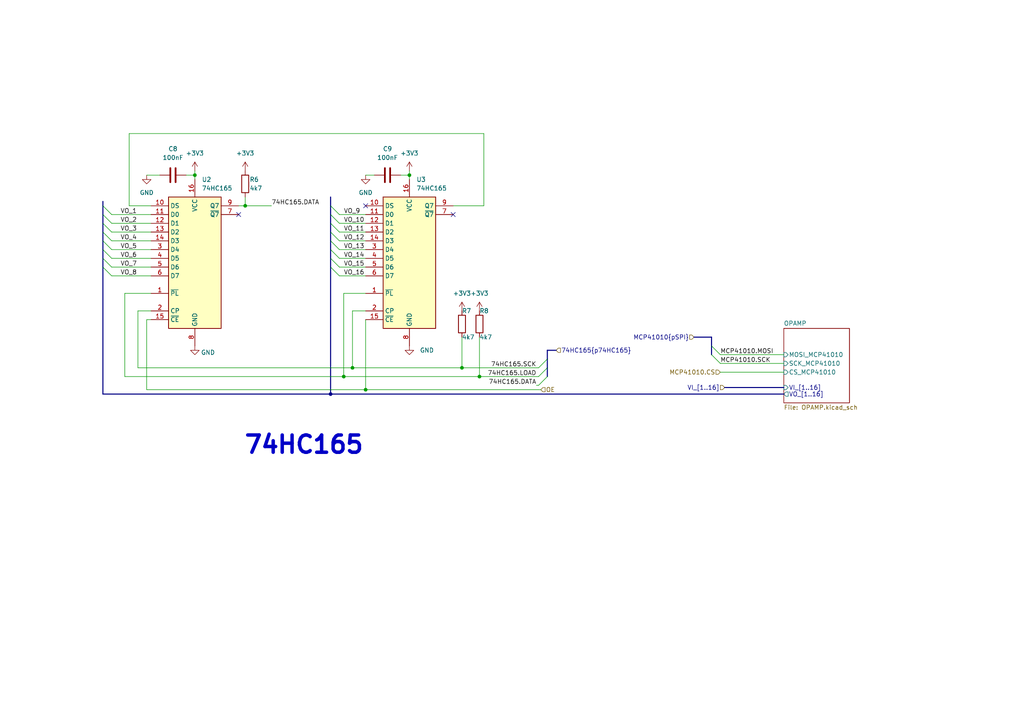
<source format=kicad_sch>
(kicad_sch (version 20230121) (generator eeschema)
  (paper "A4")
  (lib_symbols
    (symbol "74xx:74HC165"
      (property "Reference" "U" (at -7.62 19.05 0))
      (property "Value" "74HC165" (at -7.62 -21.59 0))
      (symbol "74HC165_1_0"
        (pin input line (at -12.7 -10.16 0) (length 5.08) (name "~{PL}") (number "1"))
        (pin input line (at -12.7 15.24 0) (length 5.08) (name "DS") (number "10"))
        (pin input line (at -12.7 12.7 0) (length 5.08) (name "D0") (number "11"))
        (pin input line (at -12.7 10.16 0) (length 5.08) (name "D1") (number "12"))
        (pin input line (at -12.7 7.62 0) (length 5.08) (name "D2") (number "13"))
        (pin input line (at -12.7 5.08 0) (length 5.08) (name "D3") (number "14"))
        (pin input line (at -12.7 -17.78 0) (length 5.08) (name "~{CE}") (number "15"))
        (pin power_in line (at 0 22.86 270) (length 5.08) (name "VCC") (number "16"))
        (pin input line (at -12.7 -15.24 0) (length 5.08) (name "CP") (number "2"))
        (pin input line (at -12.7 2.54 0) (length 5.08) (name "D4") (number "3"))
        (pin input line (at -12.7 0 0) (length 5.08) (name "D5") (number "4"))
        (pin input line (at -12.7 -2.54 0) (length 5.08) (name "D6") (number "5"))
        (pin input line (at -12.7 -5.08 0) (length 5.08) (name "D7") (number "6"))
        (pin output line (at 12.7 12.7 180) (length 5.08) (name "~{Q7}") (number "7"))
        (pin power_in line (at 0 -25.4 90) (length 5.08) (name "GND") (number "8"))
        (pin output line (at 12.7 15.24 180) (length 5.08) (name "Q7") (number "9"))
      )
      (symbol "74HC165_1_1"
        (rectangle (start -7.62 17.78) (end 7.62 -20.32) (stroke (width 0.254)) (fill (type background)))
      )
    )
    (symbol "Device:C" (pin_numbers hide) (pin_names (offset 0.254))
      (property "Reference" "C" (at 0.635 2.54 0))
      (property "Value" "C" (at 0.635 -2.54 0))
      (symbol "C_0_1"
        (polyline (pts (xy -2.032 -0.762) (xy 2.032 -0.762)) (stroke (width 0.508)))
        (polyline (pts (xy -2.032 0.762) (xy 2.032 0.762)) (stroke (width 0.508)))
      )
      (symbol "C_1_1"
        (pin passive line (at 0 3.81 270) (length 2.794) (name "~") (number "1"))
        (pin passive line (at 0 -3.81 90) (length 2.794) (name "~") (number "2"))
      )
    )
    (symbol "Device:R" (pin_numbers hide) (pin_names (offset 0))
      (property "Reference" "R" (at 2.032 0 90))
      (property "Value" "R" (at 0 0 90))
      (symbol "R_0_1"
        (rectangle (start -1.016 -2.54) (end 1.016 2.54) (stroke (width 0.254)))
      )
      (symbol "R_1_1"
        (pin passive line (at 0 3.81 270) (length 1.27) (name "~") (number "1"))
        (pin passive line (at 0 -3.81 90) (length 1.27) (name "~") (number "2"))
      )
    )
    (symbol "power:+3V3" (power) (pin_names (offset 0))
      (property "Value" "+3V3" (at 0 3.556 0))
      (symbol "+3V3_0_1"
        (polyline (pts (xy -0.762 1.27) (xy 0 2.54)))
        (polyline (pts (xy 0 0) (xy 0 2.54)))
        (polyline (pts (xy 0 2.54) (xy 0.762 1.27)))
      )
      (symbol "+3V3_1_1"
        (pin power_in line (at 0 0 90) (length 0) hide (name "+3V3") (number "1"))
      )
    )
    (symbol "power:GND" (power) (pin_names (offset 0))
      (property "Value" "GND" (at 0 -3.81 0))
      (symbol "GND_0_1"
        (polyline (pts (xy 0 0) (xy 0 -1.27) (xy 1.27 -1.27) (xy 0 -2.54) (xy -1.27 -1.27) (xy 0 -1.27)))
      )
      (symbol "GND_1_1"
        (pin power_in line (at 0 0 270) (length 0) hide (name "GND") (number "1"))
      )
    )
  )
  (bus_alias "p74HC165" (members "DATA" "SCK" "LOAD"))
  (junction (at 99.695 109.22))
  (junction (at 102.235 106.68))
  (junction (at 95.885 114.3))
  (junction (at 56.515 50.8))
  (junction (at 106.045 113.03))
  (junction (at 71.12 59.69))
  (junction (at 133.985 106.68))
  (junction (at 118.745 50.8))
  (junction (at 139.065 109.22))
  (no_connect (at 69.215 62.23))
  (no_connect (at 106.045 59.69))
  (no_connect (at 131.445 62.23))
  (bus_entry (at 156.21 106.68) (size 2.54 -2.54))
  (bus_entry (at 95.885 69.85) (size 2.54 2.54))
  (bus_entry (at 95.885 72.39) (size 2.54 2.54))
  (bus_entry (at 95.885 67.31) (size 2.54 2.54))
  (bus_entry (at 95.885 64.77) (size 2.54 2.54))
  (bus_entry (at 95.885 62.23) (size 2.54 2.54))
  (bus_entry (at 29.845 59.69) (size 2.54 2.54))
  (bus_entry (at 29.845 74.93) (size 2.54 2.54))
  (bus_entry (at 29.845 64.77) (size 2.54 2.54))
  (bus_entry (at 156.21 109.22) (size 2.54 -2.54))
  (bus_entry (at 29.845 72.39) (size 2.54 2.54))
  (bus_entry (at 95.885 74.93) (size 2.54 2.54))
  (bus_entry (at 95.885 77.47) (size 2.54 2.54))
  (bus_entry (at 208.915 102.87) (size -2.54 -2.54))
  (bus_entry (at 29.845 67.31) (size 2.54 2.54))
  (bus_entry (at 95.885 59.69) (size 2.54 2.54))
  (bus_entry (at 208.915 105.41) (size -2.54 -2.54))
  (bus_entry (at 29.845 69.85) (size 2.54 2.54))
  (bus_entry (at 156.21 111.76) (size 2.54 -2.54))
  (bus_entry (at 29.845 77.47) (size 2.54 2.54))
  (bus_entry (at 29.845 62.23) (size 2.54 2.54))
  (wire (pts (xy 98.425 62.23) (xy 106.045 62.23)))
  (bus (pts (xy 29.845 67.31) (xy 29.845 69.85)))
  (bus (pts (xy 95.885 77.47) (xy 95.885 114.3)))
  (wire (pts (xy 140.335 59.69) (xy 140.335 38.735)))
  (wire (pts (xy 37.465 59.69) (xy 43.815 59.69)))
  (wire (pts (xy 133.985 97.79) (xy 133.985 106.68)))
  (wire (pts (xy 98.425 74.93) (xy 106.045 74.93)))
  (bus (pts (xy 29.845 62.23) (xy 29.845 64.77)))
  (wire (pts (xy 71.12 57.15) (xy 71.12 59.69)))
  (bus (pts (xy 95.885 72.39) (xy 95.885 74.93)))
  (wire (pts (xy 208.915 105.41) (xy 227.33 105.41)))
  (wire (pts (xy 98.425 67.31) (xy 106.045 67.31)))
  (wire (pts (xy 69.215 59.69) (xy 71.12 59.69)))
  (bus (pts (xy 29.845 72.39) (xy 29.845 74.93)))
  (wire (pts (xy 53.975 50.8) (xy 56.515 50.8)))
  (bus (pts (xy 201.295 97.79) (xy 206.375 97.79)))
  (bus (pts (xy 95.885 69.85) (xy 95.885 72.39)))
  (bus (pts (xy 95.885 59.69) (xy 95.885 62.23)))
  (wire (pts (xy 32.385 74.93) (xy 43.815 74.93)))
  (wire (pts (xy 32.385 62.23) (xy 43.815 62.23)))
  (wire (pts (xy 106.045 85.09) (xy 99.695 85.09)))
  (wire (pts (xy 98.425 72.39) (xy 106.045 72.39)))
  (wire (pts (xy 43.815 92.71) (xy 42.545 92.71)))
  (wire (pts (xy 56.515 50.8) (xy 56.515 52.07)))
  (bus (pts (xy 29.845 114.3) (xy 95.885 114.3)))
  (wire (pts (xy 32.385 80.01) (xy 43.815 80.01)))
  (bus (pts (xy 158.75 104.14) (xy 158.75 101.6)))
  (bus (pts (xy 29.845 64.77) (xy 29.845 67.31)))
  (wire (pts (xy 37.465 38.735) (xy 37.465 59.69)))
  (wire (pts (xy 42.545 113.03) (xy 106.045 113.03)))
  (wire (pts (xy 208.915 107.95) (xy 227.33 107.95)))
  (wire (pts (xy 102.235 90.17) (xy 102.235 106.68)))
  (bus (pts (xy 206.375 100.33) (xy 206.375 102.87)))
  (wire (pts (xy 98.425 69.85) (xy 106.045 69.85)))
  (wire (pts (xy 139.065 97.79) (xy 139.065 109.22)))
  (wire (pts (xy 118.745 50.8) (xy 118.745 52.07)))
  (wire (pts (xy 36.195 109.22) (xy 99.695 109.22)))
  (wire (pts (xy 43.815 90.17) (xy 40.005 90.17)))
  (wire (pts (xy 102.235 106.68) (xy 133.985 106.68)))
  (bus (pts (xy 158.75 101.6) (xy 161.29 101.6)))
  (wire (pts (xy 98.425 64.77) (xy 106.045 64.77)))
  (wire (pts (xy 106.045 90.17) (xy 102.235 90.17)))
  (bus (pts (xy 210.185 112.395) (xy 227.33 112.395)))
  (wire (pts (xy 106.045 113.03) (xy 156.845 113.03)))
  (wire (pts (xy 32.385 77.47) (xy 43.815 77.47)))
  (bus (pts (xy 95.885 74.93) (xy 95.885 77.47)))
  (bus (pts (xy 95.885 67.31) (xy 95.885 69.85)))
  (wire (pts (xy 36.195 85.09) (xy 36.195 109.22)))
  (wire (pts (xy 155.575 111.76) (xy 156.21 111.76)))
  (wire (pts (xy 140.335 38.735) (xy 37.465 38.735)))
  (wire (pts (xy 40.005 106.68) (xy 102.235 106.68)))
  (wire (pts (xy 99.695 109.22) (xy 139.065 109.22)))
  (wire (pts (xy 71.12 59.69) (xy 78.74 59.69)))
  (wire (pts (xy 118.745 49.53) (xy 118.745 50.8)))
  (bus (pts (xy 29.845 77.47) (xy 29.845 114.3)))
  (wire (pts (xy 43.815 85.09) (xy 36.195 85.09)))
  (wire (pts (xy 98.425 80.01) (xy 106.045 80.01)))
  (bus (pts (xy 29.845 69.85) (xy 29.845 72.39)))
  (wire (pts (xy 42.545 92.71) (xy 42.545 113.03)))
  (bus (pts (xy 29.845 58.42) (xy 29.845 59.69)))
  (wire (pts (xy 106.045 92.71) (xy 106.045 113.03)))
  (wire (pts (xy 98.425 77.47) (xy 106.045 77.47)))
  (wire (pts (xy 139.065 109.22) (xy 156.21 109.22)))
  (bus (pts (xy 95.885 57.15) (xy 95.885 59.69)))
  (wire (pts (xy 32.385 64.77) (xy 43.815 64.77)))
  (wire (pts (xy 106.045 50.8) (xy 108.585 50.8)))
  (bus (pts (xy 29.845 59.69) (xy 29.845 62.23)))
  (wire (pts (xy 32.385 72.39) (xy 43.815 72.39)))
  (bus (pts (xy 95.885 64.77) (xy 95.885 67.31)))
  (wire (pts (xy 42.545 50.8) (xy 46.355 50.8)))
  (bus (pts (xy 158.75 109.22) (xy 158.75 106.68)))
  (wire (pts (xy 32.385 69.85) (xy 43.815 69.85)))
  (wire (pts (xy 208.915 102.87) (xy 227.33 102.87)))
  (bus (pts (xy 29.845 74.93) (xy 29.845 77.47)))
  (bus (pts (xy 95.885 62.23) (xy 95.885 64.77)))
  (wire (pts (xy 131.445 59.69) (xy 140.335 59.69)))
  (wire (pts (xy 116.205 50.8) (xy 118.745 50.8)))
  (bus (pts (xy 206.375 97.79) (xy 206.375 100.33)))
  (wire (pts (xy 40.005 90.17) (xy 40.005 106.68)))
  (bus (pts (xy 95.885 114.3) (xy 227.33 114.3)))
  (wire (pts (xy 56.515 49.53) (xy 56.515 50.8)))
  (wire (pts (xy 99.695 85.09) (xy 99.695 109.22)))
  (wire (pts (xy 133.985 106.68) (xy 156.21 106.68)))
  (wire (pts (xy 32.385 67.31) (xy 43.815 67.31)))
  (bus (pts (xy 158.75 106.68) (xy 158.75 104.14)))
  (text "74HC165\n" (at 70.485 132.08 0) (effects (font (size 5 5) (thickness 1) bold) (justify left bottom)))
  (label "VO_1" (at 34.925 62.23 0))
  (label "74HC165.SCK" (at 155.575 106.68 180))
  (label "74HC165.DATA" (at 78.74 59.69 0))
  (label "VO_8" (at 34.925 80.01 0))
  (label "VO_3" (at 34.925 67.31 0))
  (label "VO_9" (at 99.695 62.23 0))
  (label "VO_12" (at 99.695 69.85 0))
  (label "VO_15" (at 99.695 77.47 0))
  (label "VO_16" (at 99.695 80.01 0))
  (label "VO_5" (at 34.925 72.39 0))
  (label "MCP41010.SCK" (at 208.915 105.41 0))
  (label "VO_2" (at 34.925 64.77 0))
  (label "VO_6" (at 34.925 74.93 0))
  (label "VO_13" (at 99.695 72.39 0))
  (label "MCP41010.MOSI" (at 208.915 102.87 0))
  (label "74HC165.LOAD" (at 155.575 109.22 180))
  (label "VO_11" (at 99.695 67.31 0))
  (label "VO_7" (at 34.925 77.47 0))
  (label "VO_10" (at 99.695 64.77 0))
  (label "74HC165.DATA" (at 155.575 111.76 180))
  (label "VO_14" (at 99.695 74.93 0))
  (label "VO_4" (at 34.925 69.85 0))
  (hierarchical_label "OE" (shape input) (at 156.845 113.03 0))
  (hierarchical_label "VI_[1..16]" (shape input) (at 210.185 112.395 180))
  (hierarchical_label "MCP41010.CS" (shape input) (at 208.915 107.95 180))
  (hierarchical_label "MCP41010{pSPI}" (shape input) (at 201.295 97.79 180))
  (hierarchical_label "74HC165{p74HC165}" (shape input) (at 161.29 101.6 0))
  (symbol (lib_id "Device:R") (at 139.065 93.98 0) (unit 1)
    (property "Reference" "R8" (at 139.065 90.17 0) (effects (justify left)))
    (property "Value" "4k7" (at 139.065 97.79 0) (effects (justify left)))
    (property "Footprint" "IVS_FOOTPRINTS:R_0603" (effects hide))
  )
  (symbol (lib_id "power:GND") (at 118.745 100.33 0) (unit 1)
    (property "Reference" "#PWR014" (effects hide))
    (property "Value" "GND" (at 123.825 101.6 0))
  )
  (symbol (lib_id "power:+3V3") (at 139.065 90.17 0) (unit 1)
    (property "Reference" "#PWR0107" (effects hide))
    (property "Value" "+3V3" (at 139.065 85.09 0))
    (instances (project "dongtam" (path "" (reference "#PWR0107") (unit 1)) (path "" (reference "#PWR015") (unit 1))))
  )
  (symbol (lib_id "74xx:74HC165") (at 56.515 74.93 0) (unit 1)
    (property "Reference" "U2" (at 58.5344 52.07 0) (effects (justify left)))
    (property "Value" "74HC165" (at 58.5344 54.61 0) (effects (justify left)))
    (property "Footprint" "IVS_FOOTPRINTS:SOIC-16W_5.3x10.2mm_P1.27mm" (effects hide))
    (property "Datasheet" "https://assets.nexperia.com/documents/data-sheet/74HC_HCT165.pdf" (effects hide))
  )
  (symbol (lib_id "Device:R") (at 71.12 53.34 0) (unit 1)
    (property "Reference" "R6" (at 72.39 52.07 0) (effects (justify left)))
    (property "Value" "4k7" (at 72.39 54.61 0) (effects (justify left)))
    (property "Footprint" "IVS_FOOTPRINTS:R_0603" (effects hide))
  )
  (symbol (lib_id "74xx:74HC165") (at 118.745 74.93 0) (unit 1)
    (property "Reference" "U3" (at 120.7644 52.07 0) (effects (justify left)))
    (property "Value" "74HC165" (at 120.7644 54.61 0) (effects (justify left)))
    (property "Footprint" "IVS_FOOTPRINTS:SOIC-16W_5.3x10.2mm_P1.27mm" (effects hide))
    (property "Datasheet" "https://assets.nexperia.com/documents/data-sheet/74HC_HCT165.pdf" (effects hide))
  )
  (symbol (lib_id "Device:C") (at 50.165 50.8 90) (unit 1)
    (property "Reference" "C8" (at 50.165 43.18 90))
    (property "Value" "100nF" (at 50.165 45.72 90))
    (property "Footprint" "IVS_FOOTPRINTS:C_0603" (effects hide))
  )
  (symbol (lib_id "power:GND") (at 56.515 100.33 0) (unit 1)
    (property "Reference" "#PWR011" (effects hide))
    (property "Value" "GND" (at 60.325 102.235 0))
  )
  (symbol (lib_id "Device:R") (at 133.985 93.98 0) (unit 1)
    (property "Reference" "R7" (at 133.985 90.17 0) (effects (justify left)))
    (property "Value" "4k7" (at 133.985 97.79 0) (effects (justify left)))
    (property "Footprint" "IVS_FOOTPRINTS:R_0603" (effects hide))
  )
  (symbol (lib_id "power:+3V3") (at 118.745 49.53 0) (unit 1)
    (property "Reference" "#PWR0107" (effects hide))
    (property "Value" "+3V3" (at 118.745 44.45 0))
    (instances (project "dongtam" (path "" (reference "#PWR0107") (unit 1)) (path "" (reference "#PWR010") (unit 1))))
  )
  (symbol (lib_id "Device:C") (at 112.395 50.8 90) (unit 1)
    (property "Reference" "C9" (at 112.395 43.18 90))
    (property "Value" "100nF" (at 112.395 45.72 90))
    (property "Footprint" "IVS_FOOTPRINTS:C_0603" (effects hide))
  )
  (symbol (lib_id "power:GND") (at 42.545 50.8 0) (unit 1)
    (property "Reference" "#PWR09" (effects hide))
    (property "Value" "GND" (at 42.545 55.88 0))
  )
  (symbol (lib_id "power:+3V3") (at 133.985 90.17 0) (unit 1)
    (property "Reference" "#PWR0107" (effects hide))
    (property "Value" "+3V3" (at 133.985 85.09 0))
    (instances (project "dongtam" (path "" (reference "#PWR0107") (unit 1)) (path "" (reference "#PWR016") (unit 1))))
  )
  (symbol (lib_id "power:+3V3") (at 56.515 49.53 0) (unit 1)
    (property "Reference" "#PWR0107" (effects hide))
    (property "Value" "+3V3" (at 56.515 44.45 0))
    (instances (project "dongtam" (path "" (reference "#PWR0107") (unit 1)) (path "" (reference "#PWR030") (unit 1))))
  )
  (symbol (lib_id "power:GND") (at 106.045 50.8 0) (unit 1)
    (property "Reference" "#PWR012" (effects hide))
    (property "Value" "GND" (at 106.045 55.88 0))
  )
  (symbol (lib_id "power:+3V3") (at 71.12 49.53 0) (unit 1)
    (property "Reference" "#PWR0107" (effects hide))
    (property "Value" "+3V3" (at 71.12 44.45 0))
    (instances (project "dongtam" (path "" (reference "#PWR0107") (unit 1)) (path "" (reference "#PWR013") (unit 1))))
  )
  (sheet (at 227.33 95.25) (size 19.05 21.59) (stroke (width 0.1524))
    (property "Sheetname" "OPAMP" (at 227.33 94.5384 0) (effects (justify left bottom)))
    (property "Sheetfile" "OPAMP.kicad_sch" (at 227.33 117.4246 0) (effects (justify left top)))
    (pin "CS_MCP41010" input (at 227.33 107.95 180))
    (pin "SCK_MCP41010" input (at 227.33 105.41 180))
    (pin "VO_[1..16]" output (at 227.33 114.3 180))
    (pin "VI_[1..16]" input (at 227.33 112.395 180))
    (pin "MOSI_MCP41010" input (at 227.33 102.87 180))
  )
)
</source>
